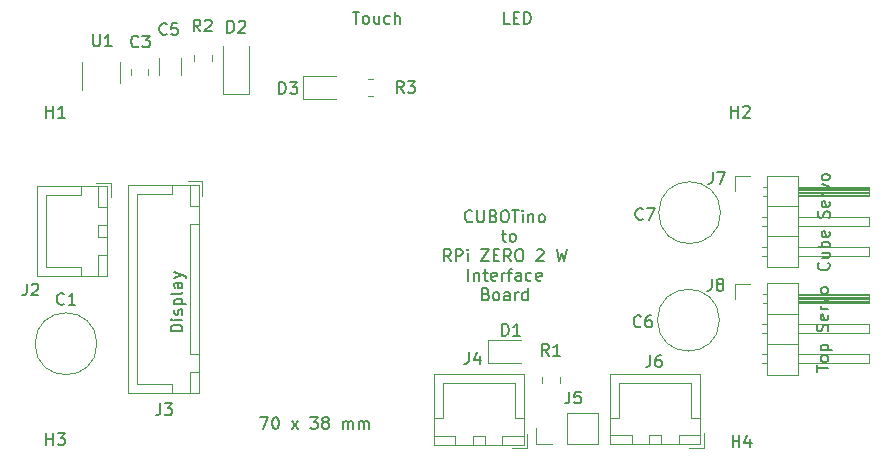
<source format=gbr>
%TF.GenerationSoftware,KiCad,Pcbnew,(5.1.10)-1*%
%TF.CreationDate,2023-05-11T15:26:33-07:00*%
%TF.ProjectId,CUBOTino2,4355424f-5469-46e6-9f32-2e6b69636164,rev?*%
%TF.SameCoordinates,Original*%
%TF.FileFunction,Legend,Top*%
%TF.FilePolarity,Positive*%
%FSLAX46Y46*%
G04 Gerber Fmt 4.6, Leading zero omitted, Abs format (unit mm)*
G04 Created by KiCad (PCBNEW (5.1.10)-1) date 2023-05-11 15:26:33*
%MOMM*%
%LPD*%
G01*
G04 APERTURE LIST*
%ADD10C,0.150000*%
%ADD11C,0.120000*%
G04 APERTURE END LIST*
D10*
X121357142Y-87002380D02*
X122023809Y-87002380D01*
X121595238Y-88002380D01*
X122595238Y-87002380D02*
X122690476Y-87002380D01*
X122785714Y-87050000D01*
X122833333Y-87097619D01*
X122880952Y-87192857D01*
X122928571Y-87383333D01*
X122928571Y-87621428D01*
X122880952Y-87811904D01*
X122833333Y-87907142D01*
X122785714Y-87954761D01*
X122690476Y-88002380D01*
X122595238Y-88002380D01*
X122500000Y-87954761D01*
X122452380Y-87907142D01*
X122404761Y-87811904D01*
X122357142Y-87621428D01*
X122357142Y-87383333D01*
X122404761Y-87192857D01*
X122452380Y-87097619D01*
X122500000Y-87050000D01*
X122595238Y-87002380D01*
X124023809Y-88002380D02*
X124547619Y-87335714D01*
X124023809Y-87335714D02*
X124547619Y-88002380D01*
X125595238Y-87002380D02*
X126214285Y-87002380D01*
X125880952Y-87383333D01*
X126023809Y-87383333D01*
X126119047Y-87430952D01*
X126166666Y-87478571D01*
X126214285Y-87573809D01*
X126214285Y-87811904D01*
X126166666Y-87907142D01*
X126119047Y-87954761D01*
X126023809Y-88002380D01*
X125738095Y-88002380D01*
X125642857Y-87954761D01*
X125595238Y-87907142D01*
X126785714Y-87430952D02*
X126690476Y-87383333D01*
X126642857Y-87335714D01*
X126595238Y-87240476D01*
X126595238Y-87192857D01*
X126642857Y-87097619D01*
X126690476Y-87050000D01*
X126785714Y-87002380D01*
X126976190Y-87002380D01*
X127071428Y-87050000D01*
X127119047Y-87097619D01*
X127166666Y-87192857D01*
X127166666Y-87240476D01*
X127119047Y-87335714D01*
X127071428Y-87383333D01*
X126976190Y-87430952D01*
X126785714Y-87430952D01*
X126690476Y-87478571D01*
X126642857Y-87526190D01*
X126595238Y-87621428D01*
X126595238Y-87811904D01*
X126642857Y-87907142D01*
X126690476Y-87954761D01*
X126785714Y-88002380D01*
X126976190Y-88002380D01*
X127071428Y-87954761D01*
X127119047Y-87907142D01*
X127166666Y-87811904D01*
X127166666Y-87621428D01*
X127119047Y-87526190D01*
X127071428Y-87478571D01*
X126976190Y-87430952D01*
X128357142Y-88002380D02*
X128357142Y-87335714D01*
X128357142Y-87430952D02*
X128404761Y-87383333D01*
X128500000Y-87335714D01*
X128642857Y-87335714D01*
X128738095Y-87383333D01*
X128785714Y-87478571D01*
X128785714Y-88002380D01*
X128785714Y-87478571D02*
X128833333Y-87383333D01*
X128928571Y-87335714D01*
X129071428Y-87335714D01*
X129166666Y-87383333D01*
X129214285Y-87478571D01*
X129214285Y-88002380D01*
X129690476Y-88002380D02*
X129690476Y-87335714D01*
X129690476Y-87430952D02*
X129738095Y-87383333D01*
X129833333Y-87335714D01*
X129976190Y-87335714D01*
X130071428Y-87383333D01*
X130119047Y-87478571D01*
X130119047Y-88002380D01*
X130119047Y-87478571D02*
X130166666Y-87383333D01*
X130261904Y-87335714D01*
X130404761Y-87335714D01*
X130500000Y-87383333D01*
X130547619Y-87478571D01*
X130547619Y-88002380D01*
X114752380Y-79752380D02*
X113752380Y-79752380D01*
X113752380Y-79514285D01*
X113800000Y-79371428D01*
X113895238Y-79276190D01*
X113990476Y-79228571D01*
X114180952Y-79180952D01*
X114323809Y-79180952D01*
X114514285Y-79228571D01*
X114609523Y-79276190D01*
X114704761Y-79371428D01*
X114752380Y-79514285D01*
X114752380Y-79752380D01*
X114752380Y-78752380D02*
X114085714Y-78752380D01*
X113752380Y-78752380D02*
X113800000Y-78800000D01*
X113847619Y-78752380D01*
X113800000Y-78704761D01*
X113752380Y-78752380D01*
X113847619Y-78752380D01*
X114704761Y-78323809D02*
X114752380Y-78228571D01*
X114752380Y-78038095D01*
X114704761Y-77942857D01*
X114609523Y-77895238D01*
X114561904Y-77895238D01*
X114466666Y-77942857D01*
X114419047Y-78038095D01*
X114419047Y-78180952D01*
X114371428Y-78276190D01*
X114276190Y-78323809D01*
X114228571Y-78323809D01*
X114133333Y-78276190D01*
X114085714Y-78180952D01*
X114085714Y-78038095D01*
X114133333Y-77942857D01*
X114085714Y-77466666D02*
X115085714Y-77466666D01*
X114133333Y-77466666D02*
X114085714Y-77371428D01*
X114085714Y-77180952D01*
X114133333Y-77085714D01*
X114180952Y-77038095D01*
X114276190Y-76990476D01*
X114561904Y-76990476D01*
X114657142Y-77038095D01*
X114704761Y-77085714D01*
X114752380Y-77180952D01*
X114752380Y-77371428D01*
X114704761Y-77466666D01*
X114752380Y-76419047D02*
X114704761Y-76514285D01*
X114609523Y-76561904D01*
X113752380Y-76561904D01*
X114752380Y-75609523D02*
X114228571Y-75609523D01*
X114133333Y-75657142D01*
X114085714Y-75752380D01*
X114085714Y-75942857D01*
X114133333Y-76038095D01*
X114704761Y-75609523D02*
X114752380Y-75704761D01*
X114752380Y-75942857D01*
X114704761Y-76038095D01*
X114609523Y-76085714D01*
X114514285Y-76085714D01*
X114419047Y-76038095D01*
X114371428Y-75942857D01*
X114371428Y-75704761D01*
X114323809Y-75609523D01*
X114085714Y-75228571D02*
X114752380Y-74990476D01*
X114085714Y-74752380D02*
X114752380Y-74990476D01*
X114990476Y-75085714D01*
X115038095Y-75133333D01*
X115085714Y-75228571D01*
X169457142Y-73952380D02*
X169504761Y-74000000D01*
X169552380Y-74142857D01*
X169552380Y-74238095D01*
X169504761Y-74380952D01*
X169409523Y-74476190D01*
X169314285Y-74523809D01*
X169123809Y-74571428D01*
X168980952Y-74571428D01*
X168790476Y-74523809D01*
X168695238Y-74476190D01*
X168600000Y-74380952D01*
X168552380Y-74238095D01*
X168552380Y-74142857D01*
X168600000Y-74000000D01*
X168647619Y-73952380D01*
X168885714Y-73095238D02*
X169552380Y-73095238D01*
X168885714Y-73523809D02*
X169409523Y-73523809D01*
X169504761Y-73476190D01*
X169552380Y-73380952D01*
X169552380Y-73238095D01*
X169504761Y-73142857D01*
X169457142Y-73095238D01*
X169552380Y-72619047D02*
X168552380Y-72619047D01*
X168933333Y-72619047D02*
X168885714Y-72523809D01*
X168885714Y-72333333D01*
X168933333Y-72238095D01*
X168980952Y-72190476D01*
X169076190Y-72142857D01*
X169361904Y-72142857D01*
X169457142Y-72190476D01*
X169504761Y-72238095D01*
X169552380Y-72333333D01*
X169552380Y-72523809D01*
X169504761Y-72619047D01*
X169504761Y-71333333D02*
X169552380Y-71428571D01*
X169552380Y-71619047D01*
X169504761Y-71714285D01*
X169409523Y-71761904D01*
X169028571Y-71761904D01*
X168933333Y-71714285D01*
X168885714Y-71619047D01*
X168885714Y-71428571D01*
X168933333Y-71333333D01*
X169028571Y-71285714D01*
X169123809Y-71285714D01*
X169219047Y-71761904D01*
X169504761Y-70142857D02*
X169552380Y-70000000D01*
X169552380Y-69761904D01*
X169504761Y-69666666D01*
X169457142Y-69619047D01*
X169361904Y-69571428D01*
X169266666Y-69571428D01*
X169171428Y-69619047D01*
X169123809Y-69666666D01*
X169076190Y-69761904D01*
X169028571Y-69952380D01*
X168980952Y-70047619D01*
X168933333Y-70095238D01*
X168838095Y-70142857D01*
X168742857Y-70142857D01*
X168647619Y-70095238D01*
X168600000Y-70047619D01*
X168552380Y-69952380D01*
X168552380Y-69714285D01*
X168600000Y-69571428D01*
X169504761Y-68761904D02*
X169552380Y-68857142D01*
X169552380Y-69047619D01*
X169504761Y-69142857D01*
X169409523Y-69190476D01*
X169028571Y-69190476D01*
X168933333Y-69142857D01*
X168885714Y-69047619D01*
X168885714Y-68857142D01*
X168933333Y-68761904D01*
X169028571Y-68714285D01*
X169123809Y-68714285D01*
X169219047Y-69190476D01*
X169552380Y-68285714D02*
X168885714Y-68285714D01*
X169076190Y-68285714D02*
X168980952Y-68238095D01*
X168933333Y-68190476D01*
X168885714Y-68095238D01*
X168885714Y-68000000D01*
X168885714Y-67761904D02*
X169552380Y-67523809D01*
X168885714Y-67285714D01*
X169552380Y-66761904D02*
X169504761Y-66857142D01*
X169457142Y-66904761D01*
X169361904Y-66952380D01*
X169076190Y-66952380D01*
X168980952Y-66904761D01*
X168933333Y-66857142D01*
X168885714Y-66761904D01*
X168885714Y-66619047D01*
X168933333Y-66523809D01*
X168980952Y-66476190D01*
X169076190Y-66428571D01*
X169361904Y-66428571D01*
X169457142Y-66476190D01*
X169504761Y-66523809D01*
X169552380Y-66619047D01*
X169552380Y-66761904D01*
X168452380Y-83169047D02*
X168452380Y-82597619D01*
X169452380Y-82883333D02*
X168452380Y-82883333D01*
X169452380Y-82121428D02*
X169404761Y-82216666D01*
X169357142Y-82264285D01*
X169261904Y-82311904D01*
X168976190Y-82311904D01*
X168880952Y-82264285D01*
X168833333Y-82216666D01*
X168785714Y-82121428D01*
X168785714Y-81978571D01*
X168833333Y-81883333D01*
X168880952Y-81835714D01*
X168976190Y-81788095D01*
X169261904Y-81788095D01*
X169357142Y-81835714D01*
X169404761Y-81883333D01*
X169452380Y-81978571D01*
X169452380Y-82121428D01*
X168785714Y-81359523D02*
X169785714Y-81359523D01*
X168833333Y-81359523D02*
X168785714Y-81264285D01*
X168785714Y-81073809D01*
X168833333Y-80978571D01*
X168880952Y-80930952D01*
X168976190Y-80883333D01*
X169261904Y-80883333D01*
X169357142Y-80930952D01*
X169404761Y-80978571D01*
X169452380Y-81073809D01*
X169452380Y-81264285D01*
X169404761Y-81359523D01*
X169404761Y-79740476D02*
X169452380Y-79597619D01*
X169452380Y-79359523D01*
X169404761Y-79264285D01*
X169357142Y-79216666D01*
X169261904Y-79169047D01*
X169166666Y-79169047D01*
X169071428Y-79216666D01*
X169023809Y-79264285D01*
X168976190Y-79359523D01*
X168928571Y-79550000D01*
X168880952Y-79645238D01*
X168833333Y-79692857D01*
X168738095Y-79740476D01*
X168642857Y-79740476D01*
X168547619Y-79692857D01*
X168500000Y-79645238D01*
X168452380Y-79550000D01*
X168452380Y-79311904D01*
X168500000Y-79169047D01*
X169404761Y-78359523D02*
X169452380Y-78454761D01*
X169452380Y-78645238D01*
X169404761Y-78740476D01*
X169309523Y-78788095D01*
X168928571Y-78788095D01*
X168833333Y-78740476D01*
X168785714Y-78645238D01*
X168785714Y-78454761D01*
X168833333Y-78359523D01*
X168928571Y-78311904D01*
X169023809Y-78311904D01*
X169119047Y-78788095D01*
X169452380Y-77883333D02*
X168785714Y-77883333D01*
X168976190Y-77883333D02*
X168880952Y-77835714D01*
X168833333Y-77788095D01*
X168785714Y-77692857D01*
X168785714Y-77597619D01*
X168785714Y-77359523D02*
X169452380Y-77121428D01*
X168785714Y-76883333D01*
X169452380Y-76359523D02*
X169404761Y-76454761D01*
X169357142Y-76502380D01*
X169261904Y-76550000D01*
X168976190Y-76550000D01*
X168880952Y-76502380D01*
X168833333Y-76454761D01*
X168785714Y-76359523D01*
X168785714Y-76216666D01*
X168833333Y-76121428D01*
X168880952Y-76073809D01*
X168976190Y-76026190D01*
X169261904Y-76026190D01*
X169357142Y-76073809D01*
X169404761Y-76121428D01*
X169452380Y-76216666D01*
X169452380Y-76359523D01*
X142457142Y-53702380D02*
X141980952Y-53702380D01*
X141980952Y-52702380D01*
X142790476Y-53178571D02*
X143123809Y-53178571D01*
X143266666Y-53702380D02*
X142790476Y-53702380D01*
X142790476Y-52702380D01*
X143266666Y-52702380D01*
X143695238Y-53702380D02*
X143695238Y-52702380D01*
X143933333Y-52702380D01*
X144076190Y-52750000D01*
X144171428Y-52845238D01*
X144219047Y-52940476D01*
X144266666Y-53130952D01*
X144266666Y-53273809D01*
X144219047Y-53464285D01*
X144171428Y-53559523D01*
X144076190Y-53654761D01*
X143933333Y-53702380D01*
X143695238Y-53702380D01*
X129178571Y-52702380D02*
X129750000Y-52702380D01*
X129464285Y-53702380D02*
X129464285Y-52702380D01*
X130226190Y-53702380D02*
X130130952Y-53654761D01*
X130083333Y-53607142D01*
X130035714Y-53511904D01*
X130035714Y-53226190D01*
X130083333Y-53130952D01*
X130130952Y-53083333D01*
X130226190Y-53035714D01*
X130369047Y-53035714D01*
X130464285Y-53083333D01*
X130511904Y-53130952D01*
X130559523Y-53226190D01*
X130559523Y-53511904D01*
X130511904Y-53607142D01*
X130464285Y-53654761D01*
X130369047Y-53702380D01*
X130226190Y-53702380D01*
X131416666Y-53035714D02*
X131416666Y-53702380D01*
X130988095Y-53035714D02*
X130988095Y-53559523D01*
X131035714Y-53654761D01*
X131130952Y-53702380D01*
X131273809Y-53702380D01*
X131369047Y-53654761D01*
X131416666Y-53607142D01*
X132321428Y-53654761D02*
X132226190Y-53702380D01*
X132035714Y-53702380D01*
X131940476Y-53654761D01*
X131892857Y-53607142D01*
X131845238Y-53511904D01*
X131845238Y-53226190D01*
X131892857Y-53130952D01*
X131940476Y-53083333D01*
X132035714Y-53035714D01*
X132226190Y-53035714D01*
X132321428Y-53083333D01*
X132750000Y-53702380D02*
X132750000Y-52702380D01*
X133178571Y-53702380D02*
X133178571Y-53178571D01*
X133130952Y-53083333D01*
X133035714Y-53035714D01*
X132892857Y-53035714D01*
X132797619Y-53083333D01*
X132750000Y-53130952D01*
X139288095Y-70407142D02*
X139240476Y-70454761D01*
X139097619Y-70502380D01*
X139002380Y-70502380D01*
X138859523Y-70454761D01*
X138764285Y-70359523D01*
X138716666Y-70264285D01*
X138669047Y-70073809D01*
X138669047Y-69930952D01*
X138716666Y-69740476D01*
X138764285Y-69645238D01*
X138859523Y-69550000D01*
X139002380Y-69502380D01*
X139097619Y-69502380D01*
X139240476Y-69550000D01*
X139288095Y-69597619D01*
X139716666Y-69502380D02*
X139716666Y-70311904D01*
X139764285Y-70407142D01*
X139811904Y-70454761D01*
X139907142Y-70502380D01*
X140097619Y-70502380D01*
X140192857Y-70454761D01*
X140240476Y-70407142D01*
X140288095Y-70311904D01*
X140288095Y-69502380D01*
X141097619Y-69978571D02*
X141240476Y-70026190D01*
X141288095Y-70073809D01*
X141335714Y-70169047D01*
X141335714Y-70311904D01*
X141288095Y-70407142D01*
X141240476Y-70454761D01*
X141145238Y-70502380D01*
X140764285Y-70502380D01*
X140764285Y-69502380D01*
X141097619Y-69502380D01*
X141192857Y-69550000D01*
X141240476Y-69597619D01*
X141288095Y-69692857D01*
X141288095Y-69788095D01*
X141240476Y-69883333D01*
X141192857Y-69930952D01*
X141097619Y-69978571D01*
X140764285Y-69978571D01*
X141954761Y-69502380D02*
X142145238Y-69502380D01*
X142240476Y-69550000D01*
X142335714Y-69645238D01*
X142383333Y-69835714D01*
X142383333Y-70169047D01*
X142335714Y-70359523D01*
X142240476Y-70454761D01*
X142145238Y-70502380D01*
X141954761Y-70502380D01*
X141859523Y-70454761D01*
X141764285Y-70359523D01*
X141716666Y-70169047D01*
X141716666Y-69835714D01*
X141764285Y-69645238D01*
X141859523Y-69550000D01*
X141954761Y-69502380D01*
X142669047Y-69502380D02*
X143240476Y-69502380D01*
X142954761Y-70502380D02*
X142954761Y-69502380D01*
X143573809Y-70502380D02*
X143573809Y-69835714D01*
X143573809Y-69502380D02*
X143526190Y-69550000D01*
X143573809Y-69597619D01*
X143621428Y-69550000D01*
X143573809Y-69502380D01*
X143573809Y-69597619D01*
X144050000Y-69835714D02*
X144050000Y-70502380D01*
X144050000Y-69930952D02*
X144097619Y-69883333D01*
X144192857Y-69835714D01*
X144335714Y-69835714D01*
X144430952Y-69883333D01*
X144478571Y-69978571D01*
X144478571Y-70502380D01*
X145097619Y-70502380D02*
X145002380Y-70454761D01*
X144954761Y-70407142D01*
X144907142Y-70311904D01*
X144907142Y-70026190D01*
X144954761Y-69930952D01*
X145002380Y-69883333D01*
X145097619Y-69835714D01*
X145240476Y-69835714D01*
X145335714Y-69883333D01*
X145383333Y-69930952D01*
X145430952Y-70026190D01*
X145430952Y-70311904D01*
X145383333Y-70407142D01*
X145335714Y-70454761D01*
X145240476Y-70502380D01*
X145097619Y-70502380D01*
X141788095Y-71485714D02*
X142169047Y-71485714D01*
X141930952Y-71152380D02*
X141930952Y-72009523D01*
X141978571Y-72104761D01*
X142073809Y-72152380D01*
X142169047Y-72152380D01*
X142645238Y-72152380D02*
X142550000Y-72104761D01*
X142502380Y-72057142D01*
X142454761Y-71961904D01*
X142454761Y-71676190D01*
X142502380Y-71580952D01*
X142550000Y-71533333D01*
X142645238Y-71485714D01*
X142788095Y-71485714D01*
X142883333Y-71533333D01*
X142930952Y-71580952D01*
X142978571Y-71676190D01*
X142978571Y-71961904D01*
X142930952Y-72057142D01*
X142883333Y-72104761D01*
X142788095Y-72152380D01*
X142645238Y-72152380D01*
X137478571Y-73802380D02*
X137145238Y-73326190D01*
X136907142Y-73802380D02*
X136907142Y-72802380D01*
X137288095Y-72802380D01*
X137383333Y-72850000D01*
X137430952Y-72897619D01*
X137478571Y-72992857D01*
X137478571Y-73135714D01*
X137430952Y-73230952D01*
X137383333Y-73278571D01*
X137288095Y-73326190D01*
X136907142Y-73326190D01*
X137907142Y-73802380D02*
X137907142Y-72802380D01*
X138288095Y-72802380D01*
X138383333Y-72850000D01*
X138430952Y-72897619D01*
X138478571Y-72992857D01*
X138478571Y-73135714D01*
X138430952Y-73230952D01*
X138383333Y-73278571D01*
X138288095Y-73326190D01*
X137907142Y-73326190D01*
X138907142Y-73802380D02*
X138907142Y-73135714D01*
X138907142Y-72802380D02*
X138859523Y-72850000D01*
X138907142Y-72897619D01*
X138954761Y-72850000D01*
X138907142Y-72802380D01*
X138907142Y-72897619D01*
X140050000Y-72802380D02*
X140716666Y-72802380D01*
X140050000Y-73802380D01*
X140716666Y-73802380D01*
X141097619Y-73278571D02*
X141430952Y-73278571D01*
X141573809Y-73802380D02*
X141097619Y-73802380D01*
X141097619Y-72802380D01*
X141573809Y-72802380D01*
X142573809Y-73802380D02*
X142240476Y-73326190D01*
X142002380Y-73802380D02*
X142002380Y-72802380D01*
X142383333Y-72802380D01*
X142478571Y-72850000D01*
X142526190Y-72897619D01*
X142573809Y-72992857D01*
X142573809Y-73135714D01*
X142526190Y-73230952D01*
X142478571Y-73278571D01*
X142383333Y-73326190D01*
X142002380Y-73326190D01*
X143192857Y-72802380D02*
X143383333Y-72802380D01*
X143478571Y-72850000D01*
X143573809Y-72945238D01*
X143621428Y-73135714D01*
X143621428Y-73469047D01*
X143573809Y-73659523D01*
X143478571Y-73754761D01*
X143383333Y-73802380D01*
X143192857Y-73802380D01*
X143097619Y-73754761D01*
X143002380Y-73659523D01*
X142954761Y-73469047D01*
X142954761Y-73135714D01*
X143002380Y-72945238D01*
X143097619Y-72850000D01*
X143192857Y-72802380D01*
X144764285Y-72897619D02*
X144811904Y-72850000D01*
X144907142Y-72802380D01*
X145145238Y-72802380D01*
X145240476Y-72850000D01*
X145288095Y-72897619D01*
X145335714Y-72992857D01*
X145335714Y-73088095D01*
X145288095Y-73230952D01*
X144716666Y-73802380D01*
X145335714Y-73802380D01*
X146430952Y-72802380D02*
X146669047Y-73802380D01*
X146859523Y-73088095D01*
X147050000Y-73802380D01*
X147288095Y-72802380D01*
X138978571Y-75452380D02*
X138978571Y-74452380D01*
X139454761Y-74785714D02*
X139454761Y-75452380D01*
X139454761Y-74880952D02*
X139502380Y-74833333D01*
X139597619Y-74785714D01*
X139740476Y-74785714D01*
X139835714Y-74833333D01*
X139883333Y-74928571D01*
X139883333Y-75452380D01*
X140216666Y-74785714D02*
X140597619Y-74785714D01*
X140359523Y-74452380D02*
X140359523Y-75309523D01*
X140407142Y-75404761D01*
X140502380Y-75452380D01*
X140597619Y-75452380D01*
X141311904Y-75404761D02*
X141216666Y-75452380D01*
X141026190Y-75452380D01*
X140930952Y-75404761D01*
X140883333Y-75309523D01*
X140883333Y-74928571D01*
X140930952Y-74833333D01*
X141026190Y-74785714D01*
X141216666Y-74785714D01*
X141311904Y-74833333D01*
X141359523Y-74928571D01*
X141359523Y-75023809D01*
X140883333Y-75119047D01*
X141788095Y-75452380D02*
X141788095Y-74785714D01*
X141788095Y-74976190D02*
X141835714Y-74880952D01*
X141883333Y-74833333D01*
X141978571Y-74785714D01*
X142073809Y-74785714D01*
X142264285Y-74785714D02*
X142645238Y-74785714D01*
X142407142Y-75452380D02*
X142407142Y-74595238D01*
X142454761Y-74500000D01*
X142550000Y-74452380D01*
X142645238Y-74452380D01*
X143407142Y-75452380D02*
X143407142Y-74928571D01*
X143359523Y-74833333D01*
X143264285Y-74785714D01*
X143073809Y-74785714D01*
X142978571Y-74833333D01*
X143407142Y-75404761D02*
X143311904Y-75452380D01*
X143073809Y-75452380D01*
X142978571Y-75404761D01*
X142930952Y-75309523D01*
X142930952Y-75214285D01*
X142978571Y-75119047D01*
X143073809Y-75071428D01*
X143311904Y-75071428D01*
X143407142Y-75023809D01*
X144311904Y-75404761D02*
X144216666Y-75452380D01*
X144026190Y-75452380D01*
X143930952Y-75404761D01*
X143883333Y-75357142D01*
X143835714Y-75261904D01*
X143835714Y-74976190D01*
X143883333Y-74880952D01*
X143930952Y-74833333D01*
X144026190Y-74785714D01*
X144216666Y-74785714D01*
X144311904Y-74833333D01*
X145121428Y-75404761D02*
X145026190Y-75452380D01*
X144835714Y-75452380D01*
X144740476Y-75404761D01*
X144692857Y-75309523D01*
X144692857Y-74928571D01*
X144740476Y-74833333D01*
X144835714Y-74785714D01*
X145026190Y-74785714D01*
X145121428Y-74833333D01*
X145169047Y-74928571D01*
X145169047Y-75023809D01*
X144692857Y-75119047D01*
X140454761Y-76578571D02*
X140597619Y-76626190D01*
X140645238Y-76673809D01*
X140692857Y-76769047D01*
X140692857Y-76911904D01*
X140645238Y-77007142D01*
X140597619Y-77054761D01*
X140502380Y-77102380D01*
X140121428Y-77102380D01*
X140121428Y-76102380D01*
X140454761Y-76102380D01*
X140550000Y-76150000D01*
X140597619Y-76197619D01*
X140645238Y-76292857D01*
X140645238Y-76388095D01*
X140597619Y-76483333D01*
X140550000Y-76530952D01*
X140454761Y-76578571D01*
X140121428Y-76578571D01*
X141264285Y-77102380D02*
X141169047Y-77054761D01*
X141121428Y-77007142D01*
X141073809Y-76911904D01*
X141073809Y-76626190D01*
X141121428Y-76530952D01*
X141169047Y-76483333D01*
X141264285Y-76435714D01*
X141407142Y-76435714D01*
X141502380Y-76483333D01*
X141550000Y-76530952D01*
X141597619Y-76626190D01*
X141597619Y-76911904D01*
X141550000Y-77007142D01*
X141502380Y-77054761D01*
X141407142Y-77102380D01*
X141264285Y-77102380D01*
X142454761Y-77102380D02*
X142454761Y-76578571D01*
X142407142Y-76483333D01*
X142311904Y-76435714D01*
X142121428Y-76435714D01*
X142026190Y-76483333D01*
X142454761Y-77054761D02*
X142359523Y-77102380D01*
X142121428Y-77102380D01*
X142026190Y-77054761D01*
X141978571Y-76959523D01*
X141978571Y-76864285D01*
X142026190Y-76769047D01*
X142121428Y-76721428D01*
X142359523Y-76721428D01*
X142454761Y-76673809D01*
X142930952Y-77102380D02*
X142930952Y-76435714D01*
X142930952Y-76626190D02*
X142978571Y-76530952D01*
X143026190Y-76483333D01*
X143121428Y-76435714D01*
X143216666Y-76435714D01*
X143978571Y-77102380D02*
X143978571Y-76102380D01*
X143978571Y-77054761D02*
X143883333Y-77102380D01*
X143692857Y-77102380D01*
X143597619Y-77054761D01*
X143550000Y-77007142D01*
X143502380Y-76911904D01*
X143502380Y-76626190D01*
X143550000Y-76530952D01*
X143597619Y-76483333D01*
X143692857Y-76435714D01*
X143883333Y-76435714D01*
X143978571Y-76483333D01*
D11*
%TO.C,J6*%
X158610000Y-89310000D02*
X158610000Y-83340000D01*
X158610000Y-83340000D02*
X150990000Y-83340000D01*
X150990000Y-83340000D02*
X150990000Y-89310000D01*
X150990000Y-89310000D02*
X158610000Y-89310000D01*
X155300000Y-89300000D02*
X155300000Y-88550000D01*
X155300000Y-88550000D02*
X154300000Y-88550000D01*
X154300000Y-88550000D02*
X154300000Y-89300000D01*
X154300000Y-89300000D02*
X155300000Y-89300000D01*
X158600000Y-89300000D02*
X158600000Y-88550000D01*
X158600000Y-88550000D02*
X156800000Y-88550000D01*
X156800000Y-88550000D02*
X156800000Y-89300000D01*
X156800000Y-89300000D02*
X158600000Y-89300000D01*
X152800000Y-89300000D02*
X152800000Y-88550000D01*
X152800000Y-88550000D02*
X151000000Y-88550000D01*
X151000000Y-88550000D02*
X151000000Y-89300000D01*
X151000000Y-89300000D02*
X152800000Y-89300000D01*
X158600000Y-87050000D02*
X157850000Y-87050000D01*
X157850000Y-87050000D02*
X157850000Y-84100000D01*
X157850000Y-84100000D02*
X154800000Y-84100000D01*
X151000000Y-87050000D02*
X151750000Y-87050000D01*
X151750000Y-87050000D02*
X151750000Y-84100000D01*
X151750000Y-84100000D02*
X154800000Y-84100000D01*
X157650000Y-89600000D02*
X158900000Y-89600000D01*
X158900000Y-89600000D02*
X158900000Y-88350000D01*
%TO.C,J4*%
X143660000Y-89360000D02*
X143660000Y-83390000D01*
X143660000Y-83390000D02*
X136040000Y-83390000D01*
X136040000Y-83390000D02*
X136040000Y-89360000D01*
X136040000Y-89360000D02*
X143660000Y-89360000D01*
X140350000Y-89350000D02*
X140350000Y-88600000D01*
X140350000Y-88600000D02*
X139350000Y-88600000D01*
X139350000Y-88600000D02*
X139350000Y-89350000D01*
X139350000Y-89350000D02*
X140350000Y-89350000D01*
X143650000Y-89350000D02*
X143650000Y-88600000D01*
X143650000Y-88600000D02*
X141850000Y-88600000D01*
X141850000Y-88600000D02*
X141850000Y-89350000D01*
X141850000Y-89350000D02*
X143650000Y-89350000D01*
X137850000Y-89350000D02*
X137850000Y-88600000D01*
X137850000Y-88600000D02*
X136050000Y-88600000D01*
X136050000Y-88600000D02*
X136050000Y-89350000D01*
X136050000Y-89350000D02*
X137850000Y-89350000D01*
X143650000Y-87100000D02*
X142900000Y-87100000D01*
X142900000Y-87100000D02*
X142900000Y-84150000D01*
X142900000Y-84150000D02*
X139850000Y-84150000D01*
X136050000Y-87100000D02*
X136800000Y-87100000D01*
X136800000Y-87100000D02*
X136800000Y-84150000D01*
X136800000Y-84150000D02*
X139850000Y-84150000D01*
X142700000Y-89650000D02*
X143950000Y-89650000D01*
X143950000Y-89650000D02*
X143950000Y-88400000D01*
%TO.C,J2*%
X108410000Y-67440000D02*
X102440000Y-67440000D01*
X102440000Y-67440000D02*
X102440000Y-75060000D01*
X102440000Y-75060000D02*
X108410000Y-75060000D01*
X108410000Y-75060000D02*
X108410000Y-67440000D01*
X108400000Y-70750000D02*
X107650000Y-70750000D01*
X107650000Y-70750000D02*
X107650000Y-71750000D01*
X107650000Y-71750000D02*
X108400000Y-71750000D01*
X108400000Y-71750000D02*
X108400000Y-70750000D01*
X108400000Y-67450000D02*
X107650000Y-67450000D01*
X107650000Y-67450000D02*
X107650000Y-69250000D01*
X107650000Y-69250000D02*
X108400000Y-69250000D01*
X108400000Y-69250000D02*
X108400000Y-67450000D01*
X108400000Y-73250000D02*
X107650000Y-73250000D01*
X107650000Y-73250000D02*
X107650000Y-75050000D01*
X107650000Y-75050000D02*
X108400000Y-75050000D01*
X108400000Y-75050000D02*
X108400000Y-73250000D01*
X106150000Y-67450000D02*
X106150000Y-68200000D01*
X106150000Y-68200000D02*
X103200000Y-68200000D01*
X103200000Y-68200000D02*
X103200000Y-71250000D01*
X106150000Y-75050000D02*
X106150000Y-74300000D01*
X106150000Y-74300000D02*
X103200000Y-74300000D01*
X103200000Y-74300000D02*
X103200000Y-71250000D01*
X108700000Y-68400000D02*
X108700000Y-67150000D01*
X108700000Y-67150000D02*
X107450000Y-67150000D01*
%TO.C,J3*%
X116160000Y-67340000D02*
X110190000Y-67340000D01*
X110190000Y-67340000D02*
X110190000Y-84960000D01*
X110190000Y-84960000D02*
X116160000Y-84960000D01*
X116160000Y-84960000D02*
X116160000Y-67340000D01*
X116150000Y-70650000D02*
X115400000Y-70650000D01*
X115400000Y-70650000D02*
X115400000Y-81650000D01*
X115400000Y-81650000D02*
X116150000Y-81650000D01*
X116150000Y-81650000D02*
X116150000Y-70650000D01*
X116150000Y-67350000D02*
X115400000Y-67350000D01*
X115400000Y-67350000D02*
X115400000Y-69150000D01*
X115400000Y-69150000D02*
X116150000Y-69150000D01*
X116150000Y-69150000D02*
X116150000Y-67350000D01*
X116150000Y-83150000D02*
X115400000Y-83150000D01*
X115400000Y-83150000D02*
X115400000Y-84950000D01*
X115400000Y-84950000D02*
X116150000Y-84950000D01*
X116150000Y-84950000D02*
X116150000Y-83150000D01*
X113900000Y-67350000D02*
X113900000Y-68100000D01*
X113900000Y-68100000D02*
X110950000Y-68100000D01*
X110950000Y-68100000D02*
X110950000Y-76150000D01*
X113900000Y-84950000D02*
X113900000Y-84200000D01*
X113900000Y-84200000D02*
X110950000Y-84200000D01*
X110950000Y-84200000D02*
X110950000Y-76150000D01*
X116450000Y-68300000D02*
X116450000Y-67050000D01*
X116450000Y-67050000D02*
X115200000Y-67050000D01*
%TO.C,J8*%
X164240000Y-75670000D02*
X164240000Y-83410000D01*
X164240000Y-83410000D02*
X166900000Y-83410000D01*
X166900000Y-83410000D02*
X166900000Y-75670000D01*
X166900000Y-75670000D02*
X164240000Y-75670000D01*
X166900000Y-76620000D02*
X172900000Y-76620000D01*
X172900000Y-76620000D02*
X172900000Y-77380000D01*
X172900000Y-77380000D02*
X166900000Y-77380000D01*
X166900000Y-76680000D02*
X172900000Y-76680000D01*
X166900000Y-76800000D02*
X172900000Y-76800000D01*
X166900000Y-76920000D02*
X172900000Y-76920000D01*
X166900000Y-77040000D02*
X172900000Y-77040000D01*
X166900000Y-77160000D02*
X172900000Y-77160000D01*
X166900000Y-77280000D02*
X172900000Y-77280000D01*
X163910000Y-76620000D02*
X164240000Y-76620000D01*
X163910000Y-77380000D02*
X164240000Y-77380000D01*
X164240000Y-78270000D02*
X166900000Y-78270000D01*
X166900000Y-79160000D02*
X172900000Y-79160000D01*
X172900000Y-79160000D02*
X172900000Y-79920000D01*
X172900000Y-79920000D02*
X166900000Y-79920000D01*
X163842929Y-79160000D02*
X164240000Y-79160000D01*
X163842929Y-79920000D02*
X164240000Y-79920000D01*
X164240000Y-80810000D02*
X166900000Y-80810000D01*
X166900000Y-81700000D02*
X172900000Y-81700000D01*
X172900000Y-81700000D02*
X172900000Y-82460000D01*
X172900000Y-82460000D02*
X166900000Y-82460000D01*
X163842929Y-81700000D02*
X164240000Y-81700000D01*
X163842929Y-82460000D02*
X164240000Y-82460000D01*
X161530000Y-77000000D02*
X161530000Y-75730000D01*
X161530000Y-75730000D02*
X162800000Y-75730000D01*
%TO.C,J7*%
X164240000Y-66570000D02*
X164240000Y-74310000D01*
X164240000Y-74310000D02*
X166900000Y-74310000D01*
X166900000Y-74310000D02*
X166900000Y-66570000D01*
X166900000Y-66570000D02*
X164240000Y-66570000D01*
X166900000Y-67520000D02*
X172900000Y-67520000D01*
X172900000Y-67520000D02*
X172900000Y-68280000D01*
X172900000Y-68280000D02*
X166900000Y-68280000D01*
X166900000Y-67580000D02*
X172900000Y-67580000D01*
X166900000Y-67700000D02*
X172900000Y-67700000D01*
X166900000Y-67820000D02*
X172900000Y-67820000D01*
X166900000Y-67940000D02*
X172900000Y-67940000D01*
X166900000Y-68060000D02*
X172900000Y-68060000D01*
X166900000Y-68180000D02*
X172900000Y-68180000D01*
X163910000Y-67520000D02*
X164240000Y-67520000D01*
X163910000Y-68280000D02*
X164240000Y-68280000D01*
X164240000Y-69170000D02*
X166900000Y-69170000D01*
X166900000Y-70060000D02*
X172900000Y-70060000D01*
X172900000Y-70060000D02*
X172900000Y-70820000D01*
X172900000Y-70820000D02*
X166900000Y-70820000D01*
X163842929Y-70060000D02*
X164240000Y-70060000D01*
X163842929Y-70820000D02*
X164240000Y-70820000D01*
X164240000Y-71710000D02*
X166900000Y-71710000D01*
X166900000Y-72600000D02*
X172900000Y-72600000D01*
X172900000Y-72600000D02*
X172900000Y-73360000D01*
X172900000Y-73360000D02*
X166900000Y-73360000D01*
X163842929Y-72600000D02*
X164240000Y-72600000D01*
X163842929Y-73360000D02*
X164240000Y-73360000D01*
X161530000Y-67900000D02*
X161530000Y-66630000D01*
X161530000Y-66630000D02*
X162800000Y-66630000D01*
%TO.C,U1*%
X106290000Y-56900000D02*
X106290000Y-59350000D01*
X109510000Y-58700000D02*
X109510000Y-56900000D01*
%TO.C,C3*%
X110365000Y-57538748D02*
X110365000Y-58061252D01*
X111835000Y-57538748D02*
X111835000Y-58061252D01*
%TO.C,R3*%
X130472936Y-59835000D02*
X130927064Y-59835000D01*
X130472936Y-58365000D02*
X130927064Y-58365000D01*
%TO.C,R1*%
X145215000Y-83622936D02*
X145215000Y-84077064D01*
X146685000Y-83622936D02*
X146685000Y-84077064D01*
%TO.C,D3*%
X124940000Y-60060000D02*
X127800000Y-60060000D01*
X124940000Y-58140000D02*
X124940000Y-60060000D01*
X127800000Y-58140000D02*
X124940000Y-58140000D01*
%TO.C,D1*%
X140590000Y-82410000D02*
X143450000Y-82410000D01*
X140590000Y-80490000D02*
X140590000Y-82410000D01*
X143450000Y-80490000D02*
X140590000Y-80490000D01*
%TO.C,C7*%
X160320000Y-69700000D02*
G75*
G03*
X160320000Y-69700000I-2620000J0D01*
G01*
%TO.C,C6*%
X160220000Y-78800000D02*
G75*
G03*
X160220000Y-78800000I-2620000J0D01*
G01*
%TO.C,C1*%
X107520000Y-80800000D02*
G75*
G03*
X107520000Y-80800000I-2620000J0D01*
G01*
%TO.C,C5*%
X112790000Y-56588748D02*
X112790000Y-58011252D01*
X114610000Y-56588748D02*
X114610000Y-58011252D01*
%TO.C,R2*%
X115765000Y-56372936D02*
X115765000Y-56827064D01*
X117235000Y-56372936D02*
X117235000Y-56827064D01*
%TO.C,J5*%
X144720000Y-89280000D02*
X144720000Y-87950000D01*
X146050000Y-89280000D02*
X144720000Y-89280000D01*
X147320000Y-89280000D02*
X147320000Y-86620000D01*
X147320000Y-86620000D02*
X149920000Y-86620000D01*
X147320000Y-89280000D02*
X149920000Y-89280000D01*
X149920000Y-89280000D02*
X149920000Y-86620000D01*
%TO.C,D2*%
X120435000Y-59610000D02*
X120435000Y-55550000D01*
X118165000Y-59610000D02*
X120435000Y-59610000D01*
X118165000Y-55550000D02*
X118165000Y-59610000D01*
%TO.C,J6*%
D10*
X154366666Y-81752380D02*
X154366666Y-82466666D01*
X154319047Y-82609523D01*
X154223809Y-82704761D01*
X154080952Y-82752380D01*
X153985714Y-82752380D01*
X155271428Y-81752380D02*
X155080952Y-81752380D01*
X154985714Y-81800000D01*
X154938095Y-81847619D01*
X154842857Y-81990476D01*
X154795238Y-82180952D01*
X154795238Y-82561904D01*
X154842857Y-82657142D01*
X154890476Y-82704761D01*
X154985714Y-82752380D01*
X155176190Y-82752380D01*
X155271428Y-82704761D01*
X155319047Y-82657142D01*
X155366666Y-82561904D01*
X155366666Y-82323809D01*
X155319047Y-82228571D01*
X155271428Y-82180952D01*
X155176190Y-82133333D01*
X154985714Y-82133333D01*
X154890476Y-82180952D01*
X154842857Y-82228571D01*
X154795238Y-82323809D01*
%TO.C,J4*%
X139016666Y-81502380D02*
X139016666Y-82216666D01*
X138969047Y-82359523D01*
X138873809Y-82454761D01*
X138730952Y-82502380D01*
X138635714Y-82502380D01*
X139921428Y-81835714D02*
X139921428Y-82502380D01*
X139683333Y-81454761D02*
X139445238Y-82169047D01*
X140064285Y-82169047D01*
%TO.C,J2*%
X101566666Y-75702380D02*
X101566666Y-76416666D01*
X101519047Y-76559523D01*
X101423809Y-76654761D01*
X101280952Y-76702380D01*
X101185714Y-76702380D01*
X101995238Y-75797619D02*
X102042857Y-75750000D01*
X102138095Y-75702380D01*
X102376190Y-75702380D01*
X102471428Y-75750000D01*
X102519047Y-75797619D01*
X102566666Y-75892857D01*
X102566666Y-75988095D01*
X102519047Y-76130952D01*
X101947619Y-76702380D01*
X102566666Y-76702380D01*
%TO.C,J3*%
X112866666Y-85852380D02*
X112866666Y-86566666D01*
X112819047Y-86709523D01*
X112723809Y-86804761D01*
X112580952Y-86852380D01*
X112485714Y-86852380D01*
X113247619Y-85852380D02*
X113866666Y-85852380D01*
X113533333Y-86233333D01*
X113676190Y-86233333D01*
X113771428Y-86280952D01*
X113819047Y-86328571D01*
X113866666Y-86423809D01*
X113866666Y-86661904D01*
X113819047Y-86757142D01*
X113771428Y-86804761D01*
X113676190Y-86852380D01*
X113390476Y-86852380D01*
X113295238Y-86804761D01*
X113247619Y-86757142D01*
%TO.C,J8*%
X159566666Y-75302380D02*
X159566666Y-76016666D01*
X159519047Y-76159523D01*
X159423809Y-76254761D01*
X159280952Y-76302380D01*
X159185714Y-76302380D01*
X160185714Y-75730952D02*
X160090476Y-75683333D01*
X160042857Y-75635714D01*
X159995238Y-75540476D01*
X159995238Y-75492857D01*
X160042857Y-75397619D01*
X160090476Y-75350000D01*
X160185714Y-75302380D01*
X160376190Y-75302380D01*
X160471428Y-75350000D01*
X160519047Y-75397619D01*
X160566666Y-75492857D01*
X160566666Y-75540476D01*
X160519047Y-75635714D01*
X160471428Y-75683333D01*
X160376190Y-75730952D01*
X160185714Y-75730952D01*
X160090476Y-75778571D01*
X160042857Y-75826190D01*
X159995238Y-75921428D01*
X159995238Y-76111904D01*
X160042857Y-76207142D01*
X160090476Y-76254761D01*
X160185714Y-76302380D01*
X160376190Y-76302380D01*
X160471428Y-76254761D01*
X160519047Y-76207142D01*
X160566666Y-76111904D01*
X160566666Y-75921428D01*
X160519047Y-75826190D01*
X160471428Y-75778571D01*
X160376190Y-75730952D01*
%TO.C,J7*%
X159666666Y-66252380D02*
X159666666Y-66966666D01*
X159619047Y-67109523D01*
X159523809Y-67204761D01*
X159380952Y-67252380D01*
X159285714Y-67252380D01*
X160047619Y-66252380D02*
X160714285Y-66252380D01*
X160285714Y-67252380D01*
%TO.C,U1*%
X107188095Y-54602380D02*
X107188095Y-55411904D01*
X107235714Y-55507142D01*
X107283333Y-55554761D01*
X107378571Y-55602380D01*
X107569047Y-55602380D01*
X107664285Y-55554761D01*
X107711904Y-55507142D01*
X107759523Y-55411904D01*
X107759523Y-54602380D01*
X108759523Y-55602380D02*
X108188095Y-55602380D01*
X108473809Y-55602380D02*
X108473809Y-54602380D01*
X108378571Y-54745238D01*
X108283333Y-54840476D01*
X108188095Y-54888095D01*
%TO.C,C3*%
X111033333Y-55607142D02*
X110985714Y-55654761D01*
X110842857Y-55702380D01*
X110747619Y-55702380D01*
X110604761Y-55654761D01*
X110509523Y-55559523D01*
X110461904Y-55464285D01*
X110414285Y-55273809D01*
X110414285Y-55130952D01*
X110461904Y-54940476D01*
X110509523Y-54845238D01*
X110604761Y-54750000D01*
X110747619Y-54702380D01*
X110842857Y-54702380D01*
X110985714Y-54750000D01*
X111033333Y-54797619D01*
X111366666Y-54702380D02*
X111985714Y-54702380D01*
X111652380Y-55083333D01*
X111795238Y-55083333D01*
X111890476Y-55130952D01*
X111938095Y-55178571D01*
X111985714Y-55273809D01*
X111985714Y-55511904D01*
X111938095Y-55607142D01*
X111890476Y-55654761D01*
X111795238Y-55702380D01*
X111509523Y-55702380D01*
X111414285Y-55654761D01*
X111366666Y-55607142D01*
%TO.C,R3*%
X133483333Y-59552380D02*
X133150000Y-59076190D01*
X132911904Y-59552380D02*
X132911904Y-58552380D01*
X133292857Y-58552380D01*
X133388095Y-58600000D01*
X133435714Y-58647619D01*
X133483333Y-58742857D01*
X133483333Y-58885714D01*
X133435714Y-58980952D01*
X133388095Y-59028571D01*
X133292857Y-59076190D01*
X132911904Y-59076190D01*
X133816666Y-58552380D02*
X134435714Y-58552380D01*
X134102380Y-58933333D01*
X134245238Y-58933333D01*
X134340476Y-58980952D01*
X134388095Y-59028571D01*
X134435714Y-59123809D01*
X134435714Y-59361904D01*
X134388095Y-59457142D01*
X134340476Y-59504761D01*
X134245238Y-59552380D01*
X133959523Y-59552380D01*
X133864285Y-59504761D01*
X133816666Y-59457142D01*
%TO.C,R1*%
X145783333Y-81802380D02*
X145450000Y-81326190D01*
X145211904Y-81802380D02*
X145211904Y-80802380D01*
X145592857Y-80802380D01*
X145688095Y-80850000D01*
X145735714Y-80897619D01*
X145783333Y-80992857D01*
X145783333Y-81135714D01*
X145735714Y-81230952D01*
X145688095Y-81278571D01*
X145592857Y-81326190D01*
X145211904Y-81326190D01*
X146735714Y-81802380D02*
X146164285Y-81802380D01*
X146450000Y-81802380D02*
X146450000Y-80802380D01*
X146354761Y-80945238D01*
X146259523Y-81040476D01*
X146164285Y-81088095D01*
%TO.C,D3*%
X122961904Y-59652380D02*
X122961904Y-58652380D01*
X123200000Y-58652380D01*
X123342857Y-58700000D01*
X123438095Y-58795238D01*
X123485714Y-58890476D01*
X123533333Y-59080952D01*
X123533333Y-59223809D01*
X123485714Y-59414285D01*
X123438095Y-59509523D01*
X123342857Y-59604761D01*
X123200000Y-59652380D01*
X122961904Y-59652380D01*
X123866666Y-58652380D02*
X124485714Y-58652380D01*
X124152380Y-59033333D01*
X124295238Y-59033333D01*
X124390476Y-59080952D01*
X124438095Y-59128571D01*
X124485714Y-59223809D01*
X124485714Y-59461904D01*
X124438095Y-59557142D01*
X124390476Y-59604761D01*
X124295238Y-59652380D01*
X124009523Y-59652380D01*
X123914285Y-59604761D01*
X123866666Y-59557142D01*
%TO.C,D1*%
X141811904Y-80102380D02*
X141811904Y-79102380D01*
X142050000Y-79102380D01*
X142192857Y-79150000D01*
X142288095Y-79245238D01*
X142335714Y-79340476D01*
X142383333Y-79530952D01*
X142383333Y-79673809D01*
X142335714Y-79864285D01*
X142288095Y-79959523D01*
X142192857Y-80054761D01*
X142050000Y-80102380D01*
X141811904Y-80102380D01*
X143335714Y-80102380D02*
X142764285Y-80102380D01*
X143050000Y-80102380D02*
X143050000Y-79102380D01*
X142954761Y-79245238D01*
X142859523Y-79340476D01*
X142764285Y-79388095D01*
%TO.C,C7*%
X153733333Y-70207142D02*
X153685714Y-70254761D01*
X153542857Y-70302380D01*
X153447619Y-70302380D01*
X153304761Y-70254761D01*
X153209523Y-70159523D01*
X153161904Y-70064285D01*
X153114285Y-69873809D01*
X153114285Y-69730952D01*
X153161904Y-69540476D01*
X153209523Y-69445238D01*
X153304761Y-69350000D01*
X153447619Y-69302380D01*
X153542857Y-69302380D01*
X153685714Y-69350000D01*
X153733333Y-69397619D01*
X154066666Y-69302380D02*
X154733333Y-69302380D01*
X154304761Y-70302380D01*
%TO.C,C6*%
X153583333Y-79307142D02*
X153535714Y-79354761D01*
X153392857Y-79402380D01*
X153297619Y-79402380D01*
X153154761Y-79354761D01*
X153059523Y-79259523D01*
X153011904Y-79164285D01*
X152964285Y-78973809D01*
X152964285Y-78830952D01*
X153011904Y-78640476D01*
X153059523Y-78545238D01*
X153154761Y-78450000D01*
X153297619Y-78402380D01*
X153392857Y-78402380D01*
X153535714Y-78450000D01*
X153583333Y-78497619D01*
X154440476Y-78402380D02*
X154250000Y-78402380D01*
X154154761Y-78450000D01*
X154107142Y-78497619D01*
X154011904Y-78640476D01*
X153964285Y-78830952D01*
X153964285Y-79211904D01*
X154011904Y-79307142D01*
X154059523Y-79354761D01*
X154154761Y-79402380D01*
X154345238Y-79402380D01*
X154440476Y-79354761D01*
X154488095Y-79307142D01*
X154535714Y-79211904D01*
X154535714Y-78973809D01*
X154488095Y-78878571D01*
X154440476Y-78830952D01*
X154345238Y-78783333D01*
X154154761Y-78783333D01*
X154059523Y-78830952D01*
X154011904Y-78878571D01*
X153964285Y-78973809D01*
%TO.C,C1*%
X104733333Y-77407142D02*
X104685714Y-77454761D01*
X104542857Y-77502380D01*
X104447619Y-77502380D01*
X104304761Y-77454761D01*
X104209523Y-77359523D01*
X104161904Y-77264285D01*
X104114285Y-77073809D01*
X104114285Y-76930952D01*
X104161904Y-76740476D01*
X104209523Y-76645238D01*
X104304761Y-76550000D01*
X104447619Y-76502380D01*
X104542857Y-76502380D01*
X104685714Y-76550000D01*
X104733333Y-76597619D01*
X105685714Y-77502380D02*
X105114285Y-77502380D01*
X105400000Y-77502380D02*
X105400000Y-76502380D01*
X105304761Y-76645238D01*
X105209523Y-76740476D01*
X105114285Y-76788095D01*
%TO.C,H4*%
X161338095Y-89552380D02*
X161338095Y-88552380D01*
X161338095Y-89028571D02*
X161909523Y-89028571D01*
X161909523Y-89552380D02*
X161909523Y-88552380D01*
X162814285Y-88885714D02*
X162814285Y-89552380D01*
X162576190Y-88504761D02*
X162338095Y-89219047D01*
X162957142Y-89219047D01*
%TO.C,H3*%
X103238095Y-89352380D02*
X103238095Y-88352380D01*
X103238095Y-88828571D02*
X103809523Y-88828571D01*
X103809523Y-89352380D02*
X103809523Y-88352380D01*
X104190476Y-88352380D02*
X104809523Y-88352380D01*
X104476190Y-88733333D01*
X104619047Y-88733333D01*
X104714285Y-88780952D01*
X104761904Y-88828571D01*
X104809523Y-88923809D01*
X104809523Y-89161904D01*
X104761904Y-89257142D01*
X104714285Y-89304761D01*
X104619047Y-89352380D01*
X104333333Y-89352380D01*
X104238095Y-89304761D01*
X104190476Y-89257142D01*
%TO.C,H2*%
X161238095Y-61652380D02*
X161238095Y-60652380D01*
X161238095Y-61128571D02*
X161809523Y-61128571D01*
X161809523Y-61652380D02*
X161809523Y-60652380D01*
X162238095Y-60747619D02*
X162285714Y-60700000D01*
X162380952Y-60652380D01*
X162619047Y-60652380D01*
X162714285Y-60700000D01*
X162761904Y-60747619D01*
X162809523Y-60842857D01*
X162809523Y-60938095D01*
X162761904Y-61080952D01*
X162190476Y-61652380D01*
X162809523Y-61652380D01*
%TO.C,H1*%
X103238095Y-61652380D02*
X103238095Y-60652380D01*
X103238095Y-61128571D02*
X103809523Y-61128571D01*
X103809523Y-61652380D02*
X103809523Y-60652380D01*
X104809523Y-61652380D02*
X104238095Y-61652380D01*
X104523809Y-61652380D02*
X104523809Y-60652380D01*
X104428571Y-60795238D01*
X104333333Y-60890476D01*
X104238095Y-60938095D01*
%TO.C,C5*%
X113433333Y-54557142D02*
X113385714Y-54604761D01*
X113242857Y-54652380D01*
X113147619Y-54652380D01*
X113004761Y-54604761D01*
X112909523Y-54509523D01*
X112861904Y-54414285D01*
X112814285Y-54223809D01*
X112814285Y-54080952D01*
X112861904Y-53890476D01*
X112909523Y-53795238D01*
X113004761Y-53700000D01*
X113147619Y-53652380D01*
X113242857Y-53652380D01*
X113385714Y-53700000D01*
X113433333Y-53747619D01*
X114338095Y-53652380D02*
X113861904Y-53652380D01*
X113814285Y-54128571D01*
X113861904Y-54080952D01*
X113957142Y-54033333D01*
X114195238Y-54033333D01*
X114290476Y-54080952D01*
X114338095Y-54128571D01*
X114385714Y-54223809D01*
X114385714Y-54461904D01*
X114338095Y-54557142D01*
X114290476Y-54604761D01*
X114195238Y-54652380D01*
X113957142Y-54652380D01*
X113861904Y-54604761D01*
X113814285Y-54557142D01*
%TO.C,R2*%
X116283333Y-54352380D02*
X115950000Y-53876190D01*
X115711904Y-54352380D02*
X115711904Y-53352380D01*
X116092857Y-53352380D01*
X116188095Y-53400000D01*
X116235714Y-53447619D01*
X116283333Y-53542857D01*
X116283333Y-53685714D01*
X116235714Y-53780952D01*
X116188095Y-53828571D01*
X116092857Y-53876190D01*
X115711904Y-53876190D01*
X116664285Y-53447619D02*
X116711904Y-53400000D01*
X116807142Y-53352380D01*
X117045238Y-53352380D01*
X117140476Y-53400000D01*
X117188095Y-53447619D01*
X117235714Y-53542857D01*
X117235714Y-53638095D01*
X117188095Y-53780952D01*
X116616666Y-54352380D01*
X117235714Y-54352380D01*
%TO.C,J5*%
X147516666Y-84852380D02*
X147516666Y-85566666D01*
X147469047Y-85709523D01*
X147373809Y-85804761D01*
X147230952Y-85852380D01*
X147135714Y-85852380D01*
X148469047Y-84852380D02*
X147992857Y-84852380D01*
X147945238Y-85328571D01*
X147992857Y-85280952D01*
X148088095Y-85233333D01*
X148326190Y-85233333D01*
X148421428Y-85280952D01*
X148469047Y-85328571D01*
X148516666Y-85423809D01*
X148516666Y-85661904D01*
X148469047Y-85757142D01*
X148421428Y-85804761D01*
X148326190Y-85852380D01*
X148088095Y-85852380D01*
X147992857Y-85804761D01*
X147945238Y-85757142D01*
%TO.C,D2*%
X118561904Y-54452380D02*
X118561904Y-53452380D01*
X118800000Y-53452380D01*
X118942857Y-53500000D01*
X119038095Y-53595238D01*
X119085714Y-53690476D01*
X119133333Y-53880952D01*
X119133333Y-54023809D01*
X119085714Y-54214285D01*
X119038095Y-54309523D01*
X118942857Y-54404761D01*
X118800000Y-54452380D01*
X118561904Y-54452380D01*
X119514285Y-53547619D02*
X119561904Y-53500000D01*
X119657142Y-53452380D01*
X119895238Y-53452380D01*
X119990476Y-53500000D01*
X120038095Y-53547619D01*
X120085714Y-53642857D01*
X120085714Y-53738095D01*
X120038095Y-53880952D01*
X119466666Y-54452380D01*
X120085714Y-54452380D01*
%TD*%
M02*

</source>
